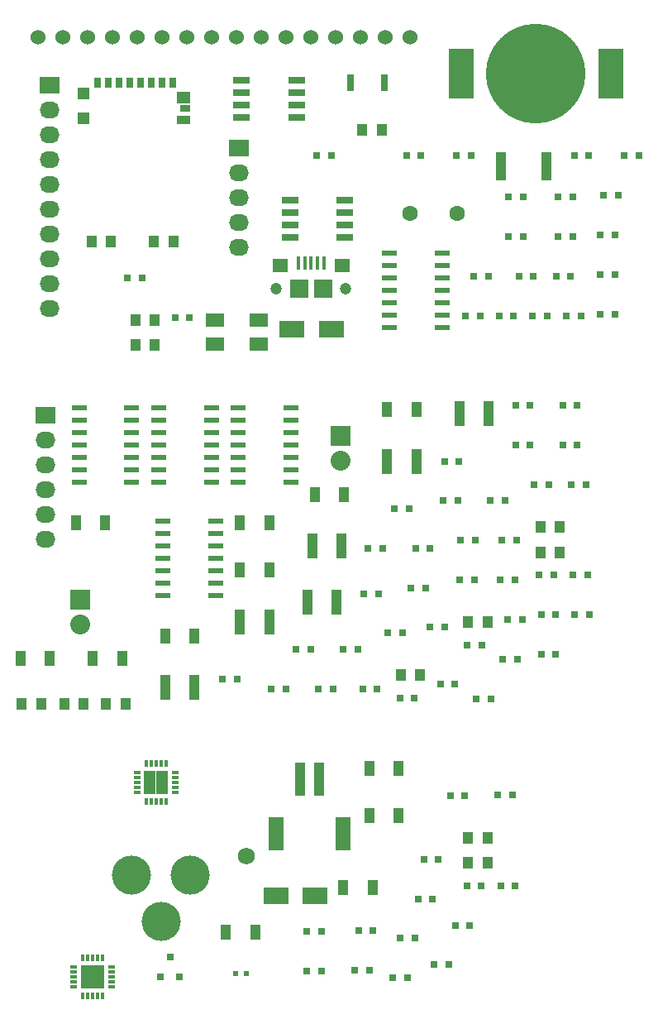
<source format=gtl>
%TF.GenerationSoftware,KiCad,Pcbnew,4.0.5-e0-6337~49~ubuntu16.04.1*%
%TF.CreationDate,2017-07-27T13:02:09-07:00*%
%TF.ProjectId,mcphail-main-board,6D63706861696C2D6D61696E2D626F61,1.0*%
%TF.FileFunction,Copper,L1,Top,Signal*%
%FSLAX46Y46*%
G04 Gerber Fmt 4.6, Leading zero omitted, Abs format (unit mm)*
G04 Created by KiCad (PCBNEW 4.0.5-e0-6337~49~ubuntu16.04.1) date Thu Jul 27 13:02:09 2017*
%MOMM*%
%LPD*%
G01*
G04 APERTURE LIST*
%ADD10C,0.350000*%
%ADD11R,2.500000X5.100000*%
%ADD12C,10.200000*%
%ADD13R,1.000000X1.600000*%
%ADD14R,0.800000X0.750000*%
%ADD15R,1.000000X1.250000*%
%ADD16R,1.000000X2.500000*%
%ADD17R,2.499360X1.800860*%
%ADD18R,1.000000X3.000000*%
%ADD19R,2.032000X2.032000*%
%ADD20O,2.032000X2.032000*%
%ADD21R,2.032000X1.727200*%
%ADD22O,2.032000X1.727200*%
%ADD23R,1.400000X0.900000*%
%ADD24R,1.200000X1.150000*%
%ADD25R,1.450000X1.200000*%
%ADD26R,0.700000X1.000000*%
%ADD27R,1.000000X0.700000*%
%ADD28R,0.400000X1.350000*%
%ADD29R,1.600000X1.400000*%
%ADD30C,1.200000*%
%ADD31R,1.900000X1.900000*%
%ADD32C,1.524000*%
%ADD33C,4.000000*%
%ADD34R,1.000000X3.500000*%
%ADD35R,1.600000X3.400000*%
%ADD36R,0.600000X0.500000*%
%ADD37R,0.800000X1.700000*%
%ADD38R,1.500000X0.600000*%
%ADD39R,1.750000X0.650000*%
%ADD40R,0.730000X0.300000*%
%ADD41R,0.300000X0.730000*%
%ADD42R,1.250000X1.250000*%
%ADD43R,0.800100X0.800100*%
%ADD44C,1.727200*%
%ADD45R,1.905000X1.397000*%
%ADD46C,1.600000*%
%ADD47C,0.350000*%
G04 APERTURE END LIST*
D10*
D11*
X111514321Y-24345389D03*
X96214321Y-24345389D03*
D12*
X103864321Y-24345389D03*
D13*
X65899001Y-81849001D03*
X68899001Y-81849001D03*
D14*
X94503524Y-63989001D03*
X96003524Y-63989001D03*
D15*
X104309001Y-70705001D03*
X106309001Y-70705001D03*
D14*
X96037333Y-76139001D03*
X97537333Y-76139001D03*
D16*
X80949001Y-72689001D03*
X83949001Y-72689001D03*
D13*
X73539001Y-75119001D03*
X76539001Y-75119001D03*
D14*
X100207333Y-76139001D03*
X101707333Y-76139001D03*
D15*
X90019001Y-85905001D03*
X92019001Y-85905001D03*
D14*
X89353524Y-68839001D03*
X90853524Y-68839001D03*
D13*
X81209001Y-67389001D03*
X84209001Y-67389001D03*
D14*
X92987333Y-80989001D03*
X94487333Y-80989001D03*
D13*
X58489001Y-84149001D03*
X61489001Y-84149001D03*
D15*
X96899001Y-80455001D03*
X98899001Y-80455001D03*
D16*
X88619001Y-63989001D03*
X91619001Y-63989001D03*
X65899001Y-87149001D03*
X68899001Y-87149001D03*
X73539001Y-80419001D03*
X76539001Y-80419001D03*
D14*
X100397333Y-72089001D03*
X101897333Y-72089001D03*
D16*
X80469001Y-78389001D03*
X83469001Y-78389001D03*
D13*
X51079001Y-84149001D03*
X54079001Y-84149001D03*
X88619001Y-58689001D03*
X91619001Y-58689001D03*
D16*
X96029001Y-59139001D03*
X99029001Y-59139001D03*
D13*
X56759001Y-70269001D03*
X59759001Y-70269001D03*
X73539001Y-70269001D03*
X76539001Y-70269001D03*
D15*
X59807333Y-88865001D03*
X61807333Y-88865001D03*
D14*
X71783524Y-86299001D03*
X73283524Y-86299001D03*
X86107333Y-87289001D03*
X87607333Y-87289001D03*
X103707333Y-66389001D03*
X105207333Y-66389001D03*
D15*
X104309001Y-73295001D03*
X106309001Y-73295001D03*
D14*
X106153524Y-36969001D03*
X107653524Y-36969001D03*
D15*
X62827333Y-49535001D03*
X64827333Y-49535001D03*
D14*
X90603524Y-32719001D03*
X92103524Y-32719001D03*
X102117333Y-45069001D03*
X103617333Y-45069001D03*
D15*
X62819001Y-52125001D03*
X64819001Y-52125001D03*
D14*
X110797333Y-36769001D03*
X112297333Y-36769001D03*
X101033524Y-41019001D03*
X102533524Y-41019001D03*
X107783524Y-32719001D03*
X109283524Y-32719001D03*
X112903524Y-32719001D03*
X114403524Y-32719001D03*
X106153524Y-41019001D03*
X107653524Y-41019001D03*
X110439001Y-44869001D03*
X111939001Y-44869001D03*
X97473524Y-45069001D03*
X98973524Y-45069001D03*
X106989001Y-49119001D03*
X108489001Y-49119001D03*
D13*
X86789001Y-100279001D03*
X89789001Y-100279001D03*
X86789001Y-95429001D03*
X89789001Y-95429001D03*
X72129001Y-112159001D03*
X75129001Y-112159001D03*
X84119001Y-107609001D03*
X87119001Y-107609001D03*
D14*
X85683524Y-112059001D03*
X87183524Y-112059001D03*
X91787333Y-108779001D03*
X93287333Y-108779001D03*
D15*
X96889001Y-102515001D03*
X98889001Y-102515001D03*
X96889001Y-105105001D03*
X98889001Y-105105001D03*
D14*
X95723524Y-32719001D03*
X97223524Y-32719001D03*
X101033524Y-36969001D03*
X102533524Y-36969001D03*
D17*
X78890021Y-50439001D03*
X82887981Y-50439001D03*
D14*
X81388762Y-32719001D03*
X82888762Y-32719001D03*
X62038762Y-45219001D03*
X63538762Y-45219001D03*
D17*
X77270021Y-108459001D03*
X81267981Y-108459001D03*
D18*
X100299001Y-33819001D03*
X104899001Y-33819001D03*
D19*
X57158762Y-78149000D03*
D20*
X57158762Y-80689000D03*
D19*
X83836381Y-61389000D03*
D20*
X83836381Y-63929000D03*
D21*
X53659000Y-59299001D03*
D22*
X53659000Y-61839001D03*
X53659000Y-64379001D03*
X53659000Y-66919001D03*
X53659000Y-69459001D03*
X53659000Y-71999001D03*
D23*
X67760401Y-29059001D03*
D24*
X57495501Y-28922501D03*
D25*
X67735401Y-26759001D03*
D24*
X57495501Y-26322501D03*
D26*
X60095501Y-25282501D03*
X58995501Y-25282501D03*
X61195501Y-25282501D03*
X62295501Y-25282501D03*
X63395501Y-25282501D03*
X66695501Y-25282501D03*
X65595501Y-25282501D03*
X64495501Y-25282501D03*
D27*
X67960401Y-27909001D03*
D28*
X79539001Y-43690201D03*
X80189001Y-43690201D03*
X80838101Y-43690201D03*
X81489001Y-43690201D03*
X82139001Y-43690201D03*
D29*
X77639001Y-43915201D03*
D30*
X77289001Y-46365201D03*
D31*
X79639001Y-46365201D03*
X82039001Y-46365201D03*
D29*
X84039001Y-43915201D03*
D30*
X84389001Y-46365201D03*
D21*
X73459000Y-31919401D03*
D22*
X73459000Y-34459401D03*
X73459000Y-36999401D03*
X73459000Y-39539401D03*
X73459000Y-42079401D03*
D32*
X52870201Y-20569000D03*
X55410201Y-20569000D03*
X57950201Y-20569000D03*
X60490201Y-20569000D03*
X63030201Y-20569000D03*
X65570201Y-20569000D03*
X68110201Y-20569000D03*
X70650201Y-20569000D03*
X73190201Y-20569000D03*
X75730201Y-20569000D03*
X78270201Y-20569000D03*
X80810201Y-20569000D03*
X83350201Y-20569000D03*
X85890201Y-20569000D03*
X88430201Y-20569000D03*
X90970201Y-20569000D03*
D33*
X68473741Y-106360401D03*
X62474261Y-106360401D03*
X65474001Y-111059401D03*
D34*
X79689401Y-96554001D03*
X81689401Y-96554001D03*
D35*
X77289401Y-102104001D03*
X84089401Y-102104001D03*
D21*
X54029000Y-25509401D03*
D22*
X54029000Y-28049401D03*
X54029000Y-30589401D03*
X54029000Y-33129401D03*
X54029000Y-35669401D03*
X54029000Y-38209401D03*
X54029000Y-40749401D03*
X54029000Y-43289401D03*
X54029000Y-45829401D03*
X54029000Y-48369401D03*
D15*
X58336381Y-41525001D03*
X60336381Y-41525001D03*
X64746381Y-41525001D03*
X66746381Y-41525001D03*
X86076381Y-30095001D03*
X88076381Y-30095001D03*
D14*
X95076381Y-98191001D03*
X96576381Y-98191001D03*
X80416381Y-112071001D03*
X81916381Y-112071001D03*
X80416381Y-116141001D03*
X81916381Y-116141001D03*
X107659001Y-75619001D03*
X109159001Y-75619001D03*
X86690666Y-72889001D03*
X88190666Y-72889001D03*
X96132571Y-72089001D03*
X97632571Y-72089001D03*
X88722571Y-81589001D03*
X90222571Y-81589001D03*
X94360666Y-68039001D03*
X95860666Y-68039001D03*
X91050666Y-76939001D03*
X92550666Y-76939001D03*
X107519001Y-66389001D03*
X109019001Y-66389001D03*
X106610666Y-62339001D03*
X108110666Y-62339001D03*
X101770666Y-62339001D03*
X103270666Y-62339001D03*
X100949001Y-80189001D03*
X102449001Y-80189001D03*
X91530666Y-72889001D03*
X93030666Y-72889001D03*
X106610666Y-58289001D03*
X108110666Y-58289001D03*
X89919001Y-88229001D03*
X91419001Y-88229001D03*
X104209001Y-75619001D03*
X105709001Y-75619001D03*
X79280666Y-83239001D03*
X80780666Y-83239001D03*
X101770666Y-58289001D03*
X103270666Y-58289001D03*
X104399001Y-83719001D03*
X105899001Y-83719001D03*
X94069001Y-86829001D03*
X95569001Y-86829001D03*
X107849001Y-79669001D03*
X109349001Y-79669001D03*
D15*
X51182571Y-88865001D03*
X53182571Y-88865001D03*
X55542571Y-88865001D03*
X57542571Y-88865001D03*
D14*
X97734476Y-88289001D03*
X99234476Y-88289001D03*
X76760666Y-87289001D03*
X78260666Y-87289001D03*
X104399001Y-79669001D03*
X105899001Y-79669001D03*
X84120666Y-83239001D03*
X85620666Y-83239001D03*
X100464476Y-84239001D03*
X101964476Y-84239001D03*
X99200666Y-68039001D03*
X100700666Y-68039001D03*
X96799001Y-82779001D03*
X98299001Y-82779001D03*
X81600666Y-87289001D03*
X83100666Y-87289001D03*
X86210666Y-77539001D03*
X87710666Y-77539001D03*
X66889001Y-49269001D03*
X68389001Y-49269001D03*
X96639001Y-49119001D03*
X98139001Y-49119001D03*
X100089001Y-49119001D03*
X101589001Y-49119001D03*
X110439001Y-40819001D03*
X111939001Y-40819001D03*
X105929001Y-45069001D03*
X107429001Y-45069001D03*
X103539001Y-49119001D03*
X105039001Y-49119001D03*
X110439001Y-48919001D03*
X111939001Y-48919001D03*
X92382571Y-104729001D03*
X93882571Y-104729001D03*
X89209001Y-116879001D03*
X90709001Y-116879001D03*
X100239001Y-107429001D03*
X101739001Y-107429001D03*
X93419001Y-115529001D03*
X94919001Y-115529001D03*
D36*
X73062095Y-116469000D03*
X74162095Y-116469000D03*
D14*
X95599001Y-111479001D03*
X97099001Y-111479001D03*
X99962571Y-98179001D03*
X101462571Y-98179001D03*
X89969001Y-112829001D03*
X91469001Y-112829001D03*
X85302571Y-116109001D03*
X86802571Y-116109001D03*
X96789001Y-107429001D03*
X98289001Y-107429001D03*
D37*
X88311001Y-25233001D03*
X84911001Y-25233001D03*
D38*
X65689401Y-70109401D03*
X65689401Y-71379401D03*
X65689401Y-72649401D03*
X65689401Y-73919401D03*
X65689401Y-75189401D03*
X65689401Y-76459401D03*
X65689401Y-77729401D03*
X71089401Y-77729401D03*
X71089401Y-76459401D03*
X71089401Y-75189401D03*
X71089401Y-73919401D03*
X71089401Y-72649401D03*
X71089401Y-71379401D03*
X71089401Y-70109401D03*
X57059401Y-58529401D03*
X57059401Y-59799401D03*
X57059401Y-61069401D03*
X57059401Y-62339401D03*
X57059401Y-63609401D03*
X57059401Y-64879401D03*
X57059401Y-66149401D03*
X62459401Y-66149401D03*
X62459401Y-64879401D03*
X62459401Y-63609401D03*
X62459401Y-62339401D03*
X62459401Y-61069401D03*
X62459401Y-59799401D03*
X62459401Y-58529401D03*
X73359401Y-58529401D03*
X73359401Y-59799401D03*
X73359401Y-61069401D03*
X73359401Y-62339401D03*
X73359401Y-63609401D03*
X73359401Y-64879401D03*
X73359401Y-66149401D03*
X78759401Y-66149401D03*
X78759401Y-64879401D03*
X78759401Y-63609401D03*
X78759401Y-62339401D03*
X78759401Y-61069401D03*
X78759401Y-59799401D03*
X78759401Y-58529401D03*
X65209401Y-58529401D03*
X65209401Y-59799401D03*
X65209401Y-61069401D03*
X65209401Y-62339401D03*
X65209401Y-63609401D03*
X65209401Y-64879401D03*
X65209401Y-66149401D03*
X70609401Y-66149401D03*
X70609401Y-64879401D03*
X70609401Y-63609401D03*
X70609401Y-62339401D03*
X70609401Y-61069401D03*
X70609401Y-59799401D03*
X70609401Y-58529401D03*
X88889401Y-42719401D03*
X88889401Y-43989401D03*
X88889401Y-45259401D03*
X88889401Y-46529401D03*
X88889401Y-47799401D03*
X88889401Y-49069401D03*
X88889401Y-50339401D03*
X94289401Y-50339401D03*
X94289401Y-49069401D03*
X94289401Y-47799401D03*
X94289401Y-46529401D03*
X94289401Y-45259401D03*
X94289401Y-43989401D03*
X94289401Y-42719401D03*
D39*
X73729238Y-24965004D03*
X73729238Y-26235004D03*
X73729238Y-27505004D03*
X73729238Y-28775004D03*
X79329238Y-28775004D03*
X79329238Y-27505004D03*
X79329238Y-26235004D03*
X79329238Y-24965004D03*
X78695905Y-37275004D03*
X78695905Y-38545004D03*
X78695905Y-39815004D03*
X78695905Y-41085004D03*
X84295905Y-41085004D03*
X84295905Y-39815004D03*
X84295905Y-38545004D03*
X84295905Y-37275004D03*
D40*
X56491381Y-115769001D03*
X56491381Y-116269001D03*
X56491381Y-116769001D03*
X56491381Y-117269001D03*
X56491381Y-117769001D03*
D41*
X57456381Y-118734001D03*
X57956381Y-118734001D03*
X58456381Y-118734001D03*
X58956381Y-118734001D03*
X59456381Y-118734001D03*
D40*
X60421381Y-117769001D03*
X60421381Y-117269001D03*
X60421381Y-116769001D03*
X60421381Y-116269001D03*
X60421381Y-115769001D03*
D41*
X59456381Y-114804001D03*
X58956381Y-114804001D03*
X58456381Y-114804001D03*
X57956381Y-114804001D03*
X57456381Y-114804001D03*
D42*
X59081381Y-117394001D03*
X59081381Y-116144001D03*
X57831381Y-117394001D03*
X57831381Y-116144001D03*
D40*
X62991381Y-95879001D03*
X62991381Y-96379001D03*
X62991381Y-96879001D03*
X62991381Y-97379001D03*
X62991381Y-97879001D03*
D41*
X63956381Y-98844001D03*
X64456381Y-98844001D03*
X64956381Y-98844001D03*
X65456381Y-98844001D03*
X65956381Y-98844001D03*
D40*
X66921381Y-97879001D03*
X66921381Y-97379001D03*
X66921381Y-96879001D03*
X66921381Y-96379001D03*
X66921381Y-95879001D03*
D41*
X65956381Y-94914001D03*
X65456381Y-94914001D03*
X64956381Y-94914001D03*
X64456381Y-94914001D03*
X63956381Y-94914001D03*
D42*
X65581381Y-97504001D03*
X65581381Y-96254001D03*
X64331381Y-97504001D03*
X64331381Y-96254001D03*
D43*
X65440190Y-116769761D03*
X67340190Y-116769761D03*
X66390190Y-114770781D03*
D44*
X74179000Y-104371400D03*
D45*
X75459401Y-49505801D03*
X70989001Y-49505801D03*
X75459401Y-51995001D03*
X70989001Y-51995001D03*
D46*
X90925601Y-38595601D03*
X95805601Y-38595601D03*
D47*
X57158762Y-78149000D03*
X57158762Y-80689000D03*
X83836381Y-61389000D03*
X83836381Y-63929000D03*
X53659000Y-59299001D03*
X53659000Y-61839001D03*
X53659000Y-64379001D03*
X53659000Y-66919001D03*
X53659000Y-69459001D03*
X53659000Y-71999001D03*
X77289001Y-46365201D03*
X84389001Y-46365201D03*
X73459000Y-31919401D03*
X73459000Y-34459401D03*
X73459000Y-36999401D03*
X73459000Y-39539401D03*
X73459000Y-42079401D03*
X52870201Y-20569000D03*
X55410201Y-20569000D03*
X57950201Y-20569000D03*
X60490201Y-20569000D03*
X63030201Y-20569000D03*
X65570201Y-20569000D03*
X68110201Y-20569000D03*
X70650201Y-20569000D03*
X73190201Y-20569000D03*
X75730201Y-20569000D03*
X78270201Y-20569000D03*
X80810201Y-20569000D03*
X83350201Y-20569000D03*
X85890201Y-20569000D03*
X88430201Y-20569000D03*
X90970201Y-20569000D03*
X68473741Y-106360401D03*
X62474261Y-106360401D03*
X65474001Y-111059401D03*
X54029000Y-25509401D03*
X54029000Y-28049401D03*
X54029000Y-30589401D03*
X54029000Y-33129401D03*
X54029000Y-35669401D03*
X54029000Y-38209401D03*
X54029000Y-40749401D03*
X54029000Y-43289401D03*
X54029000Y-45829401D03*
X54029000Y-48369401D03*
X74179000Y-104371400D03*
X90925601Y-38595601D03*
X95805601Y-38595601D03*
M02*

</source>
